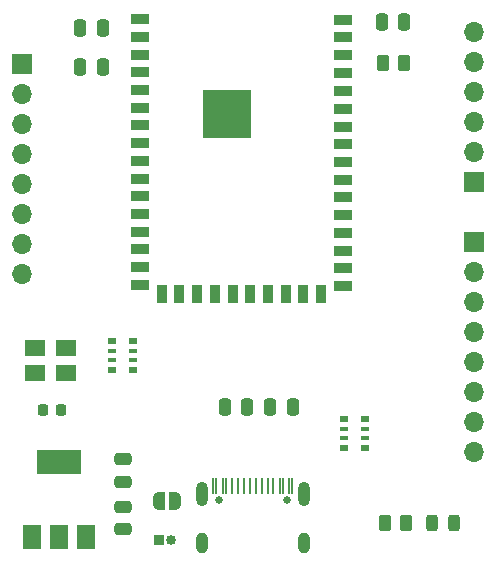
<source format=gbr>
%TF.GenerationSoftware,KiCad,Pcbnew,(5.99.0-9526-g5c17ff0595)*%
%TF.CreationDate,2021-04-11T14:24:37-05:00*%
%TF.ProjectId,DualingDev-S2,4475616c-696e-4674-9465-762d53322e6b,rev?*%
%TF.SameCoordinates,Original*%
%TF.FileFunction,Soldermask,Top*%
%TF.FilePolarity,Negative*%
%FSLAX46Y46*%
G04 Gerber Fmt 4.6, Leading zero omitted, Abs format (unit mm)*
G04 Created by KiCad (PCBNEW (5.99.0-9526-g5c17ff0595)) date 2021-04-11 14:24:37*
%MOMM*%
%LPD*%
G01*
G04 APERTURE LIST*
G04 Aperture macros list*
%AMRoundRect*
0 Rectangle with rounded corners*
0 $1 Rounding radius*
0 $2 $3 $4 $5 $6 $7 $8 $9 X,Y pos of 4 corners*
0 Add a 4 corners polygon primitive as box body*
4,1,4,$2,$3,$4,$5,$6,$7,$8,$9,$2,$3,0*
0 Add four circle primitives for the rounded corners*
1,1,$1+$1,$2,$3*
1,1,$1+$1,$4,$5*
1,1,$1+$1,$6,$7*
1,1,$1+$1,$8,$9*
0 Add four rect primitives between the rounded corners*
20,1,$1+$1,$2,$3,$4,$5,0*
20,1,$1+$1,$4,$5,$6,$7,0*
20,1,$1+$1,$6,$7,$8,$9,0*
20,1,$1+$1,$8,$9,$2,$3,0*%
%AMFreePoly0*
4,1,22,0.500000,-0.750000,0.000000,-0.750000,0.000000,-0.745033,-0.079941,-0.743568,-0.215256,-0.701293,-0.333266,-0.622738,-0.424486,-0.514219,-0.481581,-0.384460,-0.499164,-0.250000,-0.500000,-0.250000,-0.500000,0.250000,-0.499164,0.250000,-0.499963,0.256109,-0.478152,0.396186,-0.417904,0.524511,-0.324060,0.630769,-0.204165,0.706417,-0.067858,0.745374,0.000000,0.744959,0.000000,0.750000,
0.500000,0.750000,0.500000,-0.750000,0.500000,-0.750000,$1*%
%AMFreePoly1*
4,1,20,0.000000,0.744959,0.073905,0.744508,0.209726,0.703889,0.328688,0.626782,0.421226,0.519385,0.479903,0.390333,0.500000,0.250000,0.500000,-0.250000,0.499851,-0.262216,0.476331,-0.402017,0.414519,-0.529596,0.319384,-0.634700,0.198574,-0.708877,0.061801,-0.746166,0.000000,-0.745033,0.000000,-0.750000,-0.500000,-0.750000,-0.500000,0.750000,0.000000,0.750000,0.000000,0.744959,
0.000000,0.744959,$1*%
G04 Aperture macros list end*
%ADD10O,0.850000X0.850000*%
%ADD11R,0.850000X0.850000*%
%ADD12FreePoly0,180.000000*%
%ADD13FreePoly1,180.000000*%
%ADD14RoundRect,0.218750X-0.218750X-0.256250X0.218750X-0.256250X0.218750X0.256250X-0.218750X0.256250X0*%
%ADD15R,0.800000X0.500000*%
%ADD16R,0.800000X0.400000*%
%ADD17RoundRect,0.250000X-0.250000X-0.475000X0.250000X-0.475000X0.250000X0.475000X-0.250000X0.475000X0*%
%ADD18R,1.800000X1.400000*%
%ADD19RoundRect,0.250000X0.250000X0.475000X-0.250000X0.475000X-0.250000X-0.475000X0.250000X-0.475000X0*%
%ADD20RoundRect,0.250000X0.475000X-0.250000X0.475000X0.250000X-0.475000X0.250000X-0.475000X-0.250000X0*%
%ADD21R,1.700000X1.700000*%
%ADD22O,1.700000X1.700000*%
%ADD23RoundRect,0.250000X-0.262500X-0.450000X0.262500X-0.450000X0.262500X0.450000X-0.262500X0.450000X0*%
%ADD24RoundRect,0.243750X0.243750X0.456250X-0.243750X0.456250X-0.243750X-0.456250X0.243750X-0.456250X0*%
%ADD25R,1.500000X0.900000*%
%ADD26R,0.900000X1.500000*%
%ADD27R,4.100000X4.100000*%
%ADD28R,1.500000X2.000000*%
%ADD29R,3.800000X2.000000*%
%ADD30C,0.650000*%
%ADD31R,0.250000X1.400000*%
%ADD32O,1.000000X1.800000*%
%ADD33O,1.000000X2.100000*%
G04 APERTURE END LIST*
D10*
%TO.C,J4*%
X137700000Y-113000000D03*
D11*
X136700000Y-113000000D03*
%TD*%
D12*
%TO.C,JP1*%
X138000000Y-109700000D03*
D13*
X136700000Y-109700000D03*
%TD*%
D14*
%TO.C,D3*%
X126825000Y-102000000D03*
X128400000Y-102000000D03*
%TD*%
D15*
%TO.C,RN1*%
X154100000Y-105200000D03*
D16*
X154100000Y-104400000D03*
X154100000Y-103600000D03*
D15*
X154100000Y-102800000D03*
X152300000Y-102800000D03*
D16*
X152300000Y-103600000D03*
X152300000Y-104400000D03*
D15*
X152300000Y-105200000D03*
%TD*%
D17*
%TO.C,C4*%
X146100000Y-101800000D03*
X148000000Y-101800000D03*
%TD*%
D18*
%TO.C,D2*%
X128800000Y-96800000D03*
X126200000Y-96800000D03*
X128800000Y-98900000D03*
X126200000Y-98900000D03*
%TD*%
D19*
%TO.C,C3*%
X131900000Y-69650000D03*
X130000000Y-69650000D03*
%TD*%
D20*
%TO.C,C6*%
X133600000Y-112100000D03*
X133600000Y-110200000D03*
%TD*%
D17*
%TO.C,C1*%
X155525000Y-69200000D03*
X157425000Y-69200000D03*
%TD*%
D21*
%TO.C,J2*%
X125050000Y-72710000D03*
D22*
X125050000Y-75250000D03*
X125050000Y-77790000D03*
X125050000Y-80330000D03*
X125050000Y-82870000D03*
X125050000Y-85410000D03*
X125050000Y-87950000D03*
X125050000Y-90490000D03*
%TD*%
D23*
%TO.C,R4*%
X155775000Y-111600000D03*
X157600000Y-111600000D03*
%TD*%
D24*
%TO.C,D1*%
X161675000Y-111600000D03*
X159800000Y-111600000D03*
%TD*%
D19*
%TO.C,C2*%
X131900000Y-72950000D03*
X130000000Y-72950000D03*
%TD*%
D23*
%TO.C,R3*%
X155600000Y-72600000D03*
X157425000Y-72600000D03*
%TD*%
D19*
%TO.C,C5*%
X144150000Y-101800000D03*
X142250000Y-101800000D03*
%TD*%
D21*
%TO.C,J1*%
X163350000Y-82750000D03*
D22*
X163350000Y-80210000D03*
X163350000Y-77670000D03*
X163350000Y-75130000D03*
X163350000Y-72590000D03*
X163350000Y-70050000D03*
%TD*%
D21*
%TO.C,J3*%
X163350000Y-87805000D03*
D22*
X163350000Y-90345000D03*
X163350000Y-92885000D03*
X163350000Y-95425000D03*
X163350000Y-97965000D03*
X163350000Y-100505000D03*
X163350000Y-103045000D03*
X163350000Y-105585000D03*
%TD*%
D25*
%TO.C,U1*%
X135015000Y-68915000D03*
X135015000Y-70415000D03*
X135015000Y-71915000D03*
X135015000Y-73415000D03*
X135015000Y-74915000D03*
X135015000Y-76415000D03*
X135015000Y-77915000D03*
X135015000Y-79415000D03*
X135015000Y-80915000D03*
X135015000Y-82415000D03*
X135015000Y-83915000D03*
X135015000Y-85415000D03*
X135015000Y-86915000D03*
X135015000Y-88415000D03*
X135015000Y-89915000D03*
X135015000Y-91415000D03*
D26*
X136890000Y-92165000D03*
X138390000Y-92165000D03*
X139890000Y-92165000D03*
X141390000Y-92165000D03*
X142890000Y-92165000D03*
X144390000Y-92165000D03*
X145890000Y-92165000D03*
X147390000Y-92165000D03*
X148890000Y-92165000D03*
X150390000Y-92165000D03*
D25*
X152265000Y-91515000D03*
X152265000Y-90015000D03*
X152265000Y-88515000D03*
X152265000Y-87015000D03*
X152265000Y-85515000D03*
X152265000Y-84015000D03*
X152265000Y-82515000D03*
X152265000Y-81015000D03*
X152265000Y-79515000D03*
X152265000Y-78015000D03*
X152265000Y-76515000D03*
X152265000Y-75015000D03*
X152265000Y-73515000D03*
X152265000Y-71915000D03*
X152265000Y-70415000D03*
X152265000Y-69015000D03*
D27*
X142450000Y-76955000D03*
%TD*%
D28*
%TO.C,U2*%
X125900000Y-112750000D03*
X128200000Y-112750000D03*
D29*
X128200000Y-106450000D03*
D28*
X130500000Y-112750000D03*
%TD*%
D20*
%TO.C,C7*%
X133600000Y-108100000D03*
X133600000Y-106200000D03*
%TD*%
D15*
%TO.C,RN2*%
X134500000Y-98600000D03*
D16*
X134500000Y-97800000D03*
X134500000Y-97000000D03*
D15*
X134500000Y-96200000D03*
X132700000Y-96200000D03*
D16*
X132700000Y-97000000D03*
X132700000Y-97800000D03*
D15*
X132700000Y-98600000D03*
%TD*%
D30*
%TO.C,P1*%
X147490000Y-109612500D03*
X141710000Y-109612500D03*
D31*
X141275000Y-108412500D03*
X142075000Y-108412500D03*
X143350000Y-108412500D03*
X144350000Y-108412500D03*
X144850000Y-108412500D03*
X142850000Y-108412500D03*
X147125000Y-108412500D03*
X147925000Y-108412500D03*
X147675000Y-108412500D03*
X146875000Y-108412500D03*
X146350000Y-108412500D03*
X145350000Y-108412500D03*
X143850000Y-108412500D03*
X145850000Y-108412500D03*
X142325000Y-108412500D03*
X141525000Y-108412500D03*
D32*
X140280000Y-113262500D03*
D33*
X148920000Y-109112500D03*
X140280000Y-109112500D03*
D32*
X148920000Y-113262500D03*
%TD*%
M02*

</source>
